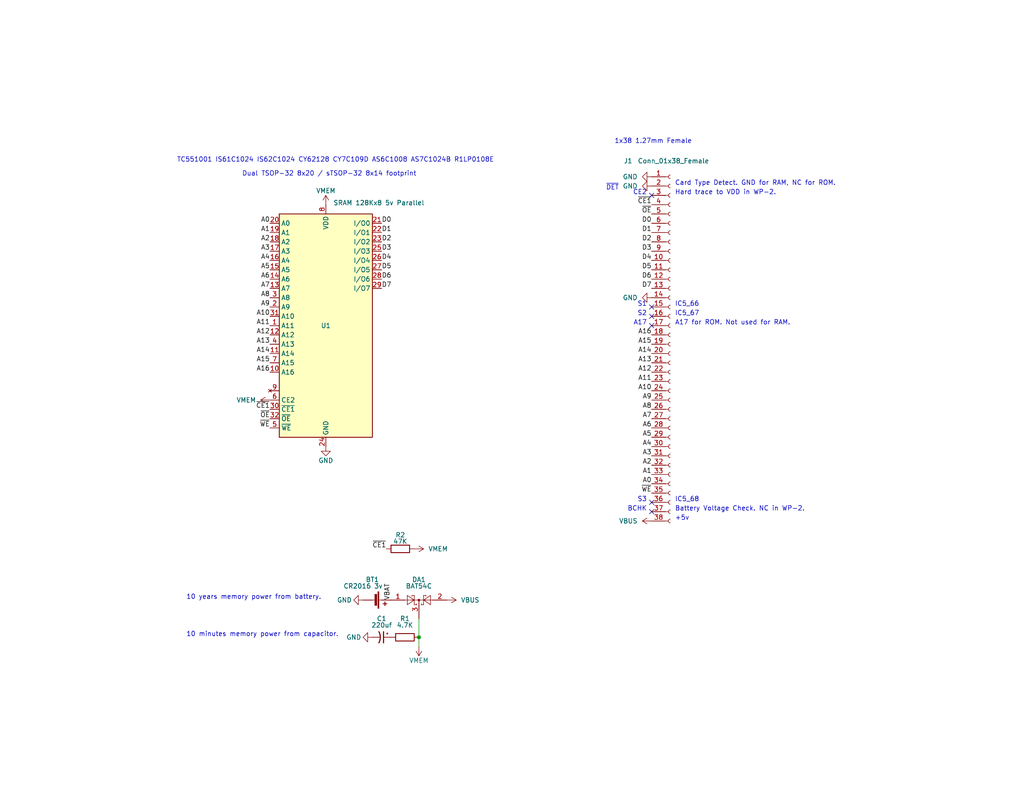
<source format=kicad_sch>
(kicad_sch (version 20211123) (generator eeschema)
  (paper "USLetter")
  (title_block (title "TANDY WP-2 128K RAM IC Card") (date "2022-11-29") (rev "007") (company "Brian K. White - b.kenyon.w@gmail.com"))
  (lib_symbols
    (symbol "0_LOCAL:62-65C1024_TSOP-I-32"
      (property "Reference" "U" (at -10.16 31.75 0))
      (property "Value" "62-65C1024_TSOP-I-32" (at 12.7 31.75 0))
      (symbol "62-65C1024_TSOP-I-32_0_1"
        (rectangle (start -12.7 30.48) (end 12.7 -30.48) (stroke (width 0.254)) (fill (type background)))
      )
      (symbol "62-65C1024_TSOP-I-32_1_1"
        (pin input line (at -15.24 0 0) (length 2.54) (name "A11") (number "1"))
        (pin input line (at -15.24 -12.7 0) (length 2.54) (name "A16") (number "10"))
        (pin input line (at -15.24 -7.62 0) (length 2.54) (name "A14") (number "11"))
        (pin input line (at -15.24 -2.54 0) (length 2.54) (name "A12") (number "12"))
        (pin input line (at -15.24 10.16 0) (length 2.54) (name "A7") (number "13"))
        (pin input line (at -15.24 12.7 0) (length 2.54) (name "A6") (number "14"))
        (pin input line (at -15.24 15.24 0) (length 2.54) (name "A5") (number "15"))
        (pin input line (at -15.24 17.78 0) (length 2.54) (name "A4") (number "16"))
        (pin input line (at -15.24 20.32 0) (length 2.54) (name "A3") (number "17"))
        (pin input line (at -15.24 22.86 0) (length 2.54) (name "A2") (number "18"))
        (pin input line (at -15.24 25.4 0) (length 2.54) (name "A1") (number "19"))
        (pin input line (at -15.24 5.08 0) (length 2.54) (name "A9") (number "2"))
        (pin input line (at -15.24 27.94 0) (length 2.54) (name "A0") (number "20"))
        (pin bidirectional line (at 15.24 27.94 180) (length 2.54) (name "I/O0") (number "21"))
        (pin bidirectional line (at 15.24 25.4 180) (length 2.54) (name "I/O1") (number "22"))
        (pin bidirectional line (at 15.24 22.86 180) (length 2.54) (name "I/O2") (number "23"))
        (pin power_in line (at 0 -33.02 90) (length 2.54) (name "GND") (number "24"))
        (pin bidirectional line (at 15.24 20.32 180) (length 2.54) (name "I/O3") (number "25"))
        (pin bidirectional line (at 15.24 17.78 180) (length 2.54) (name "I/O4") (number "26"))
        (pin bidirectional line (at 15.24 15.24 180) (length 2.54) (name "I/O5") (number "27"))
        (pin bidirectional line (at 15.24 12.7 180) (length 2.54) (name "I/O6") (number "28"))
        (pin bidirectional line (at 15.24 10.16 180) (length 2.54) (name "I/O7") (number "29"))
        (pin input line (at -15.24 7.62 0) (length 2.54) (name "A8") (number "3"))
        (pin input line (at -15.24 -22.86 0) (length 2.54) (name "~{CE1}") (number "30"))
        (pin input line (at -15.24 2.54 0) (length 2.54) (name "A10") (number "31"))
        (pin input line (at -15.24 -25.4 0) (length 2.54) (name "~{OE}") (number "32"))
        (pin input line (at -15.24 -5.08 0) (length 2.54) (name "A13") (number "4"))
        (pin input line (at -15.24 -27.94 0) (length 2.54) (name "~{WE}") (number "5"))
        (pin input line (at -15.24 -20.32 0) (length 2.54) (name "CE2") (number "6"))
        (pin input line (at -15.24 -10.16 0) (length 2.54) (name "A15") (number "7"))
        (pin power_in line (at 0 33.02 270) (length 2.54) (name "VDD") (number "8"))
        (pin no_connect line (at -15.24 -17.78 0) (length 2.54) (name "~") (number "9"))
      )
    )
    (symbol "0_LOCAL:BAT54C" (pin_names (offset 1.016))
      (property "Reference" "D" (at 0.635 -3.81 0))
      (property "Value" "BAT54C" (at -6.35 3.175 0))
      (symbol "BAT54C_0_1"
        (polyline (pts (xy -1.905 0) (xy 1.905 0)))
        (polyline (pts (xy -1.905 1.27) (xy -1.905 1.016)))
        (polyline (pts (xy -1.27 -1.27) (xy -0.635 -1.27)))
        (polyline (pts (xy -1.27 0) (xy -3.81 0)))
        (polyline (pts (xy -1.27 1.27) (xy -1.905 1.27)))
        (polyline (pts (xy -1.27 1.27) (xy -1.27 -1.27)))
        (polyline (pts (xy -0.635 -1.27) (xy -0.635 -1.016)))
        (polyline (pts (xy 0.635 -1.27) (xy 0.635 -1.016)))
        (polyline (pts (xy 1.27 -1.27) (xy 0.635 -1.27)))
        (polyline (pts (xy 1.27 1.27) (xy 1.27 -1.27)))
        (polyline (pts (xy 1.27 1.27) (xy 1.905 1.27)))
        (polyline (pts (xy 1.905 1.27) (xy 1.905 1.016)))
        (polyline (pts (xy 3.81 0) (xy 1.27 0)))
        (polyline (pts (xy -3.175 -1.27) (xy -3.175 1.27) (xy -1.27 0) (xy -3.175 -1.27)))
        (polyline (pts (xy 3.175 -1.27) (xy 3.175 1.27) (xy 1.27 0) (xy 3.175 -1.27)))
        (circle (center 0 0) (radius 0.254) (fill (type outline)))
      )
      (symbol "BAT54C_1_1"
        (pin passive line (at -7.62 0 0) (length 3.81) (name "~") (number "1"))
        (pin passive line (at 7.62 0 180) (length 3.81) (name "~") (number "2"))
        (pin passive line (at 0 -5.08 90) (length 5.08) (name "~") (number "3"))
      )
    )
    (symbol "0_LOCAL:CP1_Small" (pin_numbers hide) (pin_names (offset 0.254) hide)
      (property "Reference" "C" (at 0.254 1.778 0))
      (property "Value" "CP1_Small" (at 0.254 -2.032 0))
      (symbol "CP1_Small_0_1"
        (polyline (pts (xy -1.524 0.508) (xy 1.524 0.508)) (stroke (width 0.3048)))
        (polyline (pts (xy -1.27 1.524) (xy -0.762 1.524)))
        (polyline (pts (xy -1.016 1.27) (xy -1.016 1.778)))
        (arc (start 1.524 -0.762) (mid 0 -0.3734) (end -1.524 -0.762) (stroke (width 0.3048)))
      )
      (symbol "CP1_Small_1_1"
        (pin passive line (at 0 2.54 270) (length 2.032) (name "~") (number "1"))
        (pin passive line (at 0 -2.54 90) (length 2.032) (name "~") (number "2"))
      )
    )
    (symbol "0_LOCAL:Conn_01x38_Female" (pin_names (offset 1.016) hide)
      (property "Reference" "J" (at 0 48.26 0))
      (property "Value" "Conn_01x38_Female" (at 0 -50.8 0))
      (symbol "Conn_01x38_Female_1_1"
        (arc (start 0 -47.752) (mid -0.508 -48.26) (end 0 -48.768) (stroke (width 0.1524)))
        (arc (start 0 -45.212) (mid -0.508 -45.72) (end 0 -46.228) (stroke (width 0.1524)))
        (arc (start 0 -42.672) (mid -0.508 -43.18) (end 0 -43.688) (stroke (width 0.1524)))
        (arc (start 0 -40.132) (mid -0.508 -40.64) (end 0 -41.148) (stroke (width 0.1524)))
        (arc (start 0 -37.592) (mid -0.508 -38.1) (end 0 -38.608) (stroke (width 0.1524)))
        (arc (start 0 -35.052) (mid -0.508 -35.56) (end 0 -36.068) (stroke (width 0.1524)))
        (arc (start 0 -32.512) (mid -0.508 -33.02) (end 0 -33.528) (stroke (width 0.1524)))
        (arc (start 0 -29.972) (mid -0.508 -30.48) (end 0 -30.988) (stroke (width 0.1524)))
        (arc (start 0 -27.432) (mid -0.508 -27.94) (end 0 -28.448) (stroke (width 0.1524)))
        (arc (start 0 -24.892) (mid -0.508 -25.4) (end 0 -25.908) (stroke (width 0.1524)))
        (arc (start 0 -22.352) (mid -0.508 -22.86) (end 0 -23.368) (stroke (width 0.1524)))
        (arc (start 0 -19.812) (mid -0.508 -20.32) (end 0 -20.828) (stroke (width 0.1524)))
        (arc (start 0 -17.272) (mid -0.508 -17.78) (end 0 -18.288) (stroke (width 0.1524)))
        (arc (start 0 -14.732) (mid -0.508 -15.24) (end 0 -15.748) (stroke (width 0.1524)))
        (arc (start 0 -12.192) (mid -0.508 -12.7) (end 0 -13.208) (stroke (width 0.1524)))
        (arc (start 0 -9.652) (mid -0.508 -10.16) (end 0 -10.668) (stroke (width 0.1524)))
        (arc (start 0 -7.112) (mid -0.508 -7.62) (end 0 -8.128) (stroke (width 0.1524)))
        (arc (start 0 -4.572) (mid -0.508 -5.08) (end 0 -5.588) (stroke (width 0.1524)))
        (arc (start 0 -2.032) (mid -0.508 -2.54) (end 0 -3.048) (stroke (width 0.1524)))
        (polyline (pts (xy -1.27 -48.26) (xy -0.508 -48.26)) (stroke (width 0.1524)))
        (polyline (pts (xy -1.27 -45.72) (xy -0.508 -45.72)) (stroke (width 0.1524)))
        (polyline (pts (xy -1.27 -43.18) (xy -0.508 -43.18)) (stroke (width 0.1524)))
        (polyline (pts (xy -1.27 -40.64) (xy -0.508 -40.64)) (stroke (width 0.1524)))
        (polyline (pts (xy -1.27 -38.1) (xy -0.508 -38.1)) (stroke (width 0.1524)))
        (polyline (pts (xy -1.27 -35.56) (xy -0.508 -35.56)) (stroke (width 0.1524)))
        (polyline (pts (xy -1.27 -33.02) (xy -0.508 -33.02)) (stroke (width 0.1524)))
        (polyline (pts (xy -1.27 -30.48) (xy -0.508 -30.48)) (stroke (width 0.1524)))
        (polyline (pts (xy -1.27 -27.94) (xy -0.508 -27.94)) (stroke (width 0.1524)))
        (polyline (pts (xy -1.27 -25.4) (xy -0.508 -25.4)) (stroke (width 0.1524)))
        (polyline (pts (xy -1.27 -22.86) (xy -0.508 -22.86)) (stroke (width 0.1524)))
        (polyline (pts (xy -1.27 -20.32) (xy -0.508 -20.32)) (stroke (width 0.1524)))
        (polyline (pts (xy -1.27 -17.78) (xy -0.508 -17.78)) (stroke (width 0.1524)))
        (polyline (pts (xy -1.27 -15.24) (xy -0.508 -15.24)) (stroke (width 0.1524)))
        (polyline (pts (xy -1.27 -12.7) (xy -0.508 -12.7)) (stroke (width 0.1524)))
        (polyline (pts (xy -1.27 -10.16) (xy -0.508 -10.16)) (stroke (width 0.1524)))
        (polyline (pts (xy -1.27 -7.62) (xy -0.508 -7.62)) (stroke (width 0.1524)))
        (polyline (pts (xy -1.27 -5.08) (xy -0.508 -5.08)) (stroke (width 0.1524)))
        (polyline (pts (xy -1.27 -2.54) (xy -0.508 -2.54)) (stroke (width 0.1524)))
        (polyline (pts (xy -1.27 0) (xy -0.508 0)) (stroke (width 0.1524)))
        (polyline (pts (xy -1.27 2.54) (xy -0.508 2.54)) (stroke (width 0.1524)))
        (polyline (pts (xy -1.27 5.08) (xy -0.508 5.08)) (stroke (width 0.1524)))
        (polyline (pts (xy -1.27 7.62) (xy -0.508 7.62)) (stroke (width 0.1524)))
        (polyline (pts (xy -1.27 10.16) (xy -0.508 10.16)) (stroke (width 0.1524)))
        (polyline (pts (xy -1.27 12.7) (xy -0.508 12.7)) (stroke (width 0.1524)))
        (polyline (pts (xy -1.27 15.24) (xy -0.508 15.24)) (stroke (width 0.1524)))
        (polyline (pts (xy -1.27 17.78) (xy -0.508 17.78)) (stroke (width 0.1524)))
        (polyline (pts (xy -1.27 20.32) (xy -0.508 20.32)) (stroke (width 0.1524)))
        (polyline (pts (xy -1.27 22.86) (xy -0.508 22.86)) (stroke (width 0.1524)))
        (polyline (pts (xy -1.27 25.4) (xy -0.508 25.4)) (stroke (width 0.1524)))
        (polyline (pts (xy -1.27 27.94) (xy -0.508 27.94)) (stroke (width 0.1524)))
        (polyline (pts (xy -1.27 30.48) (xy -0.508 30.48)) (stroke (width 0.1524)))
        (polyline (pts (xy -1.27 33.02) (xy -0.508 33.02)) (stroke (width 0.1524)))
        (polyline (pts (xy -1.27 35.56) (xy -0.508 35.56)) (stroke (width 0.1524)))
        (polyline (pts (xy -1.27 38.1) (xy -0.508 38.1)) (stroke (width 0.1524)))
        (polyline (pts (xy -1.27 40.64) (xy -0.508 40.64)) (stroke (width 0.1524)))
        (polyline (pts (xy -1.27 43.18) (xy -0.508 43.18)) (stroke (width 0.1524)))
        (polyline (pts (xy -1.27 45.72) (xy -0.508 45.72)) (stroke (width 0.1524)))
        (arc (start 0 0.508) (mid -0.508 0) (end 0 -0.508) (stroke (width 0.1524)))
        (arc (start 0 3.048) (mid -0.508 2.54) (end 0 2.032) (stroke (width 0.1524)))
        (arc (start 0 5.588) (mid -0.508 5.08) (end 0 4.572) (stroke (width 0.1524)))
        (arc (start 0 8.128) (mid -0.508 7.62) (end 0 7.112) (stroke (width 0.1524)))
        (arc (start 0 10.668) (mid -0.508 10.16) (end 0 9.652) (stroke (width 0.1524)))
        (arc (start 0 13.208) (mid -0.508 12.7) (end 0 12.192) (stroke (width 0.1524)))
        (arc (start 0 15.748) (mid -0.508 15.24) (end 0 14.732) (stroke (width 0.1524)))
        (arc (start 0 18.288) (mid -0.508 17.78) (end 0 17.272) (stroke (width 0.1524)))
        (arc (start 0 20.828) (mid -0.508 20.32) (end 0 19.812) (stroke (width 0.1524)))
        (arc (start 0 23.368) (mid -0.508 22.86) (end 0 22.352) (stroke (width 0.1524)))
        (arc (start 0 25.908) (mid -0.508 25.4) (end 0 24.892) (stroke (width 0.1524)))
        (arc (start 0 28.448) (mid -0.508 27.94) (end 0 27.432) (stroke (width 0.1524)))
        (arc (start 0 30.988) (mid -0.508 30.48) (end 0 29.972) (stroke (width 0.1524)))
        (arc (start 0 33.528) (mid -0.508 33.02) (end 0 32.512) (stroke (width 0.1524)))
        (arc (start 0 36.068) (mid -0.508 35.56) (end 0 35.052) (stroke (width 0.1524)))
        (arc (start 0 38.608) (mid -0.508 38.1) (end 0 37.592) (stroke (width 0.1524)))
        (arc (start 0 41.148) (mid -0.508 40.64) (end 0 40.132) (stroke (width 0.1524)))
        (arc (start 0 43.688) (mid -0.508 43.18) (end 0 42.672) (stroke (width 0.1524)))
        (arc (start 0 46.228) (mid -0.508 45.72) (end 0 45.212) (stroke (width 0.1524)))
        (pin passive line (at -5.08 45.72 0) (length 3.81) (name "Pin_1") (number "1"))
        (pin passive line (at -5.08 22.86 0) (length 3.81) (name "Pin_10") (number "10"))
        (pin passive line (at -5.08 20.32 0) (length 3.81) (name "Pin_11") (number "11"))
        (pin passive line (at -5.08 17.78 0) (length 3.81) (name "Pin_12") (number "12"))
        (pin passive line (at -5.08 15.24 0) (length 3.81) (name "Pin_13") (number "13"))
        (pin passive line (at -5.08 12.7 0) (length 3.81) (name "Pin_14") (number "14"))
        (pin passive line (at -5.08 10.16 0) (length 3.81) (name "Pin_15") (number "15"))
        (pin passive line (at -5.08 7.62 0) (length 3.81) (name "Pin_16") (number "16"))
        (pin passive line (at -5.08 5.08 0) (length 3.81) (name "Pin_17") (number "17"))
        (pin passive line (at -5.08 2.54 0) (length 3.81) (name "Pin_18") (number "18"))
        (pin passive line (at -5.08 0 0) (length 3.81) (name "Pin_19") (number "19"))
        (pin passive line (at -5.08 43.18 0) (length 3.81) (name "Pin_2") (number "2"))
        (pin passive line (at -5.08 -2.54 0) (length 3.81) (name "Pin_20") (number "20"))
        (pin passive line (at -5.08 -5.08 0) (length 3.81) (name "Pin_21") (number "21"))
        (pin passive line (at -5.08 -7.62 0) (length 3.81) (name "Pin_22") (number "22"))
        (pin passive line (at -5.08 -10.16 0) (length 3.81) (name "Pin_23") (number "23"))
        (pin passive line (at -5.08 -12.7 0) (length 3.81) (name "Pin_24") (number "24"))
        (pin passive line (at -5.08 -15.24 0) (length 3.81) (name "Pin_25") (number "25"))
        (pin passive line (at -5.08 -17.78 0) (length 3.81) (name "Pin_26") (number "26"))
        (pin passive line (at -5.08 -20.32 0) (length 3.81) (name "Pin_27") (number "27"))
        (pin passive line (at -5.08 -22.86 0) (length 3.81) (name "Pin_28") (number "28"))
        (pin passive line (at -5.08 -25.4 0) (length 3.81) (name "Pin_29") (number "29"))
        (pin passive line (at -5.08 40.64 0) (length 3.81) (name "Pin_3") (number "3"))
        (pin passive line (at -5.08 -27.94 0) (length 3.81) (name "Pin_30") (number "30"))
        (pin passive line (at -5.08 -30.48 0) (length 3.81) (name "Pin_31") (number "31"))
        (pin passive line (at -5.08 -33.02 0) (length 3.81) (name "Pin_32") (number "32"))
        (pin passive line (at -5.08 -35.56 0) (length 3.81) (name "Pin_33") (number "33"))
        (pin passive line (at -5.08 -38.1 0) (length 3.81) (name "Pin_34") (number "34"))
        (pin passive line (at -5.08 -40.64 0) (length 3.81) (name "Pin_35") (number "35"))
        (pin passive line (at -5.08 -43.18 0) (length 3.81) (name "Pin_36") (number "36"))
        (pin passive line (at -5.08 -45.72 0) (length 3.81) (name "Pin_37") (number "37"))
        (pin passive line (at -5.08 -48.26 0) (length 3.81) (name "Pin_38") (number "38"))
        (pin passive line (at -5.08 38.1 0) (length 3.81) (name "Pin_4") (number "4"))
        (pin passive line (at -5.08 35.56 0) (length 3.81) (name "Pin_5") (number "5"))
        (pin passive line (at -5.08 33.02 0) (length 3.81) (name "Pin_6") (number "6"))
        (pin passive line (at -5.08 30.48 0) (length 3.81) (name "Pin_7") (number "7"))
        (pin passive line (at -5.08 27.94 0) (length 3.81) (name "Pin_8") (number "8"))
        (pin passive line (at -5.08 25.4 0) (length 3.81) (name "Pin_9") (number "9"))
      )
    )
    (symbol "0_LOCAL:R" (pin_numbers hide) (pin_names (offset 0))
      (property "Reference" "R" (at 2.032 0 90))
      (property "Value" "R" (at 0 0 90))
      (symbol "R_0_1"
        (rectangle (start -1.016 -2.54) (end 1.016 2.54) (stroke (width 0.254)))
      )
      (symbol "R_1_1"
        (pin passive line (at 0 3.81 270) (length 1.27) (name "~") (number "1"))
        (pin passive line (at 0 -3.81 90) (length 1.27) (name "~") (number "2"))
      )
    )
    (symbol "Device:Battery_Cell" (pin_numbers hide) (pin_names (offset 0) hide)
      (property "Reference" "BT" (at 2.54 2.54 0))
      (property "Value" "Battery_Cell" (at 2.54 0 0))
      (symbol "Battery_Cell_0_1"
        (rectangle (start -2.286 1.778) (end 2.286 1.524) (fill (type outline)))
        (rectangle (start -1.5748 1.1938) (end 1.4732 0.6858) (fill (type outline)))
        (polyline (pts (xy 0 0.762) (xy 0 0)))
        (polyline (pts (xy 0 1.778) (xy 0 2.54)))
        (polyline (pts (xy 0.508 3.429) (xy 1.524 3.429)) (stroke (width 0.254)))
        (polyline (pts (xy 1.016 3.937) (xy 1.016 2.921)) (stroke (width 0.254)))
      )
      (symbol "Battery_Cell_1_1"
        (pin passive line (at 0 5.08 270) (length 2.54) (name "+") (number "1"))
        (pin passive line (at 0 -2.54 90) (length 2.54) (name "-") (number "2"))
      )
    )
    (symbol "power:GND" (power) (pin_names (offset 0))
      (property "Value" "GND" (at 0 -3.81 0))
      (symbol "GND_0_1"
        (polyline (pts (xy 0 0) (xy 0 -1.27) (xy 1.27 -1.27) (xy 0 -2.54) (xy -1.27 -1.27) (xy 0 -1.27)))
      )
      (symbol "GND_1_1"
        (pin power_in line (at 0 0 270) (length 0) hide (name "GND") (number "1"))
      )
    )
    (symbol "power:VBUS" (power) (pin_names (offset 0))
      (property "Value" "VBUS" (at 0 3.81 0))
      (symbol "VBUS_0_1"
        (polyline (pts (xy -0.762 1.27) (xy 0 2.54)))
        (polyline (pts (xy 0 0) (xy 0 2.54)))
        (polyline (pts (xy 0 2.54) (xy 0.762 1.27)))
      )
      (symbol "VBUS_1_1"
        (pin power_in line (at 0 0 90) (length 0) hide (name "VBUS") (number "1"))
      )
    )
    (symbol "power:VMEM" (power) (pin_names (offset 0))
      (property "Value" "VMEM" (at 0 3.81 0))
      (symbol "VMEM_0_1"
        (polyline (pts (xy -0.762 1.27) (xy 0 2.54)))
        (polyline (pts (xy 0 0) (xy 0 2.54)))
        (polyline (pts (xy 0 2.54) (xy 0.762 1.27)))
      )
      (symbol "VMEM_1_1"
        (pin power_in line (at 0 0 90) (length 0) hide (name "VMEM") (number "1"))
      )
    )
  )
  (junction (at 114.3 173.99))
  (no_connect (at 177.8 139.7))
  (no_connect (at 177.8 86.36))
  (no_connect (at 177.8 137.16))
  (no_connect (at 177.8 88.9))
  (no_connect (at 177.8 53.34))
  (no_connect (at 177.8 83.82))
  (wire (pts (xy 114.3 168.91) (xy 114.3 173.99)))
  (wire (pts (xy 114.3 173.99) (xy 114.3 176.53)))
  (text "Hard trace to VDD in WP-2." (at 184.15 53.34 0) (effects (font (size 1.27 1.27)) (justify left bottom)))
  (text "CE2" (at 176.53 53.34 180) (effects (font (size 1.27 1.27)) (justify right bottom)))
  (text "BCHK" (at 176.53 139.7 180) (effects (font (size 1.27 1.27)) (justify right bottom)))
  (text "S1" (at 176.53 83.82 180) (effects (font (size 1.27 1.27)) (justify right bottom)))
  (text "+5v" (at 184.15 142.24 0) (effects (font (size 1.27 1.27)) (justify left bottom)))
  (text "A17" (at 176.53 88.9 180) (effects (font (size 1.27 1.27)) (justify right bottom)))
  (text "1x38 1.27mm Female" (at 167.64 39.37 0) (effects (font (size 1.27 1.27)) (justify left bottom)))
  (text "10 years memory power from battery." (at 50.8 163.83 0) (effects (font (size 1.27 1.27)) (justify left bottom)))
  (text "IC5_68" (at 184.15 137.16 0) (effects (font (size 1.27 1.27)) (justify left bottom)))
  (text "IC5_66" (at 184.15 83.82 0) (effects (font (size 1.27 1.27)) (justify left bottom)))
  (text "Dual TSOP-32 8x20 / sTSOP-32 8x14 footprint" (at 66.04 48.26 0) (effects (font (size 1.27 1.27)) (justify left bottom)))
  (text "Battery Voltage Check. NC in WP-2." (at 184.15 139.7 0) (effects (font (size 1.27 1.27)) (justify left bottom)))
  (text "~{DET}" (at 168.91 52.07 180) (effects (font (size 1.27 1.27)) (justify right bottom)))
  (text "IC5_67" (at 184.15 86.36 0) (effects (font (size 1.27 1.27)) (justify left bottom)))
  (text "10 minutes memory power from capacitor." (at 50.8 173.99 0) (effects (font (size 1.27 1.27)) (justify left bottom)))
  (text "S2" (at 176.53 86.36 180) (effects (font (size 1.27 1.27)) (justify right bottom)))
  (text "Card Type Detect. GND for RAM, NC for ROM." (at 184.15 50.8 0) (effects (font (size 1.27 1.27)) (justify left bottom)))
  (text "TC551001 IS61C1024 IS62C1024 CY62128 CY7C109D AS6C1008 AS7C1024B R1LP0108E" (at 48.26 44.45 0) (effects (font (size 1.27 1.27)) (justify left bottom)))
  (text "A17 for ROM. Not used for RAM." (at 184.15 88.9 0) (effects (font (size 1.27 1.27)) (justify left bottom)))
  (text "S3" (at 176.53 137.16 180) (effects (font (size 1.27 1.27)) (justify right bottom)))
  (label "A3" (at 73.66 68.58 180))
  (label "A10" (at 177.8 106.68 180))
  (label "D3" (at 104.14 68.58 0))
  (label "A1" (at 73.66 63.5 180))
  (label "D0" (at 177.8 60.96 180))
  (label "D7" (at 104.14 78.74 0))
  (label "D0" (at 104.14 60.96 0))
  (label "A11" (at 177.8 104.14 180))
  (label "A11" (at 73.66 88.9 180))
  (label "~{CE1}" (at 177.8 55.88 180))
  (label "A13" (at 73.66 93.98 180))
  (label "A15" (at 73.66 99.06 180))
  (label "D3" (at 177.8 68.58 180))
  (label "A9" (at 177.8 109.22 180))
  (label "A10" (at 73.66 86.36 180))
  (label "~{WE}" (at 73.66 116.84 180))
  (label "D7" (at 177.8 78.74 180))
  (label "A14" (at 177.8 96.52 180))
  (label "A16" (at 177.8 91.44 180))
  (label "A2" (at 73.66 66.04 180))
  (label "A4" (at 73.66 71.12 180))
  (label "A6" (at 73.66 76.2 180))
  (label "A8" (at 177.8 111.76 180))
  (label "A14" (at 73.66 96.52 180))
  (label "D5" (at 177.8 73.66 180))
  (label "A7" (at 177.8 114.3 180))
  (label "A15" (at 177.8 93.98 180))
  (label "A3" (at 177.8 124.46 180))
  (label "A8" (at 73.66 81.28 180))
  (label "~{CE1}" (at 105.41 149.86 180))
  (label "~{OE}" (at 73.66 114.3 180))
  (label "A12" (at 177.8 101.6 180))
  (label "A5" (at 177.8 119.38 180))
  (label "A6" (at 177.8 116.84 180))
  (label "D1" (at 177.8 63.5 180))
  (label "A16" (at 73.66 101.6 180))
  (label "~{OE}" (at 177.8 58.42 180))
  (label "A5" (at 73.66 73.66 180))
  (label "A2" (at 177.8 127 180))
  (label "A7" (at 73.66 78.74 180))
  (label "VBAT" (at 106.68 163.83 90))
  (label "A13" (at 177.8 99.06 180))
  (label "D4" (at 104.14 71.12 0))
  (label "A0" (at 73.66 60.96 180))
  (label "A12" (at 73.66 91.44 180))
  (label "A9" (at 73.66 83.82 180))
  (label "D2" (at 177.8 66.04 180))
  (label "~{CE1}" (at 73.66 111.76 180))
  (label "A1" (at 177.8 129.54 180))
  (label "~{WE}" (at 177.8 134.62 180))
  (label "A0" (at 177.8 132.08 180))
  (label "D2" (at 104.14 66.04 0))
  (label "D6" (at 104.14 76.2 0))
  (label "D6" (at 177.8 76.2 180))
  (label "D4" (at 177.8 71.12 180))
  (label "D5" (at 104.14 73.66 0))
  (label "A4" (at 177.8 121.92 180))
  (label "D1" (at 104.14 63.5 0))
  (symbol (lib_id "0_LOCAL:Conn_01x38_Female") (at 182.88 93.98 0) (unit 1)
    (property "Reference" "J1" (at 170.18 43.942 0) (effects (justify left)))
    (property "Value" "Conn_01x38_Female" (at 173.99 43.942 0) (effects (justify left)))
    (property "Footprint" "0_LOCAL:SMS-138-01-x-x_edge" (effects hide))
  )
  (symbol (lib_id "0_LOCAL:62-65C1024_TSOP-I-32") (at 88.9 88.9 0) (unit 1)
    (property "Reference" "U1" (at 88.9 88.9 0))
    (property "Value" "SRAM 128Kx8 5v Parallel" (at 103.378 55.372 0))
    (property "Footprint" "0_LOCAL:TSOP32-dual" (effects hide))
    (property "Datasheet" "http://www.issi.com/WW/pdf/61-64C5128AL.pdf" (effects hide))
  )
  (symbol (lib_id "power:GND") (at 177.8 48.26 270) (unit 1)
    (property "Reference" "#PWR0102" (effects hide))
    (property "Value" "GND" (at 173.99 48.26 90) (effects (justify right)))
  )
  (symbol (lib_id "power:VBUS") (at 177.8 142.24 90) (unit 1)
    (property "Reference" "#PWR0103" (effects hide))
    (property "Value" "VBUS" (at 173.99 142.24 90) (effects (justify left)))
  )
  (symbol (lib_id "power:GND") (at 177.8 50.8 270) (unit 1)
    (property "Reference" "#PWR0105" (effects hide))
    (property "Value" "GND" (at 173.99 50.8 90) (effects (justify right)))
  )
  (symbol (lib_id "power:GND") (at 88.9 121.92 0) (unit 1)
    (property "Reference" "#PWR0106" (effects hide))
    (property "Value" "GND" (at 88.9 125.73 0))
  )
  (symbol (lib_id "power:GND") (at 101.6 173.99 270) (unit 1)
    (property "Reference" "#PWR0101" (effects hide))
    (property "Value" "GND" (at 96.52 173.99 90))
  )
  (symbol (lib_id "0_LOCAL:CP1_Small") (at 104.14 173.99 270) (unit 1)
    (property "Reference" "C1" (at 104.14 168.91 90))
    (property "Value" "220uf" (at 104.14 170.688 90))
    (property "Footprint" "0_LOCAL:CP_EIA-7343-20_AVX-Y" (effects hide))
  )
  (symbol (lib_id "0_LOCAL:R") (at 110.49 173.99 270) (unit 1)
    (property "Reference" "R1" (at 110.49 168.91 90))
    (property "Value" "4.7K" (at 110.49 170.688 90))
    (property "Footprint" "0_LOCAL:R_0805" (effects hide))
  )
  (symbol (lib_id "power:VBUS") (at 121.92 163.83 270) (unit 1)
    (property "Reference" "#PWR0104" (effects hide))
    (property "Value" "VBUS" (at 125.73 163.83 90) (effects (justify left)))
  )
  (symbol (lib_id "power:VMEM") (at 88.9 55.88 0) (unit 1)
    (property "Reference" "#PWR0109" (effects hide))
    (property "Value" "VMEM" (at 88.9 52.07 0))
  )
  (symbol (lib_id "Device:Battery_Cell") (at 101.6 163.83 270) (unit 1)
    (property "Reference" "BT1" (at 101.6 158.242 90))
    (property "Value" "CR2016 3v" (at 99.06 160.02 90))
    (property "Footprint" "0_LOCAL:2016_battery_holder_smt" (effects hide))
  )
  (symbol (lib_id "power:VMEM") (at 114.3 176.53 180) (unit 1)
    (property "Reference" "#PWR0116" (effects hide))
    (property "Value" "VMEM" (at 114.3 180.34 0))
  )
  (symbol (lib_id "power:VMEM") (at 113.03 149.86 270) (unit 1)
    (property "Reference" "#PWR0112" (effects hide))
    (property "Value" "VMEM" (at 116.84 149.86 90) (effects (justify left)))
  )
  (symbol (lib_id "power:GND") (at 99.06 163.83 270) (unit 1)
    (property "Reference" "#PWR0115" (effects hide))
    (property "Value" "GND" (at 93.98 163.83 90))
  )
  (symbol (lib_id "power:VMEM") (at 73.66 109.22 90) (mirror x) (unit 1)
    (property "Reference" "#PWR0113" (effects hide))
    (property "Value" "VMEM" (at 69.85 109.22 90) (effects (justify left)))
  )
  (symbol (lib_id "0_LOCAL:R") (at 109.22 149.86 270) (unit 1)
    (property "Reference" "R2" (at 109.22 146.05 90))
    (property "Value" "47K" (at 109.22 147.828 90))
    (property "Footprint" "0_LOCAL:R_0805" (effects hide))
  )
  (symbol (lib_id "power:GND") (at 177.8 81.28 270) (unit 1)
    (property "Reference" "#PWR0108" (effects hide))
    (property "Value" "GND" (at 173.99 81.28 90) (effects (justify right)))
  )
  (symbol (lib_id "0_LOCAL:BAT54C") (at 114.3 163.83 0) (unit 1)
    (property "Reference" "DA1" (at 114.3 158.242 0))
    (property "Value" "BAT54C" (at 114.3 160.02 0))
    (property "Footprint" "0_LOCAL:SOT-23" (effects hide))
    (property "Datasheet" "http://www.diodes.com/_files/datasheets/ds11005.pdf" (effects hide))
  )
)
</source>
